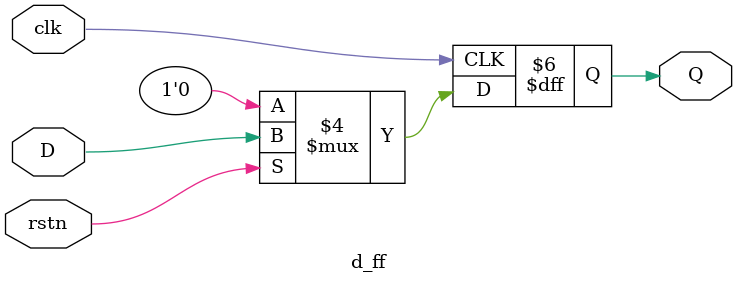
<source format=v>


module d_ff(
	input clk, 
	input rstn,
	input D,
	output reg Q);

	always @(posedge clk) begin 

	if(!rstn) begin 
		
	Q <= 0;
	
	end
	else begin 

	Q <= D;

	end


	end

endmodule





</source>
